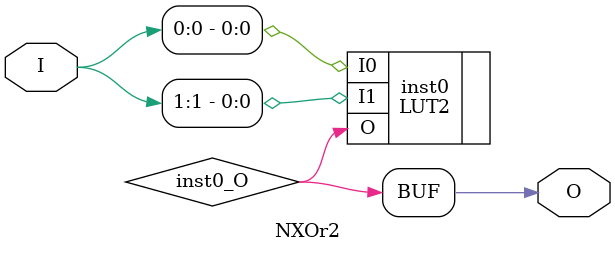
<source format=v>
module NXOr2 (input [1:0] I, output  O);
wire  inst0_O;
LUT2 #(.INIT(4'h9)) inst0 (.I0(I[0]), .I1(I[1]), .O(inst0_O));
assign O = inst0_O;
endmodule


</source>
